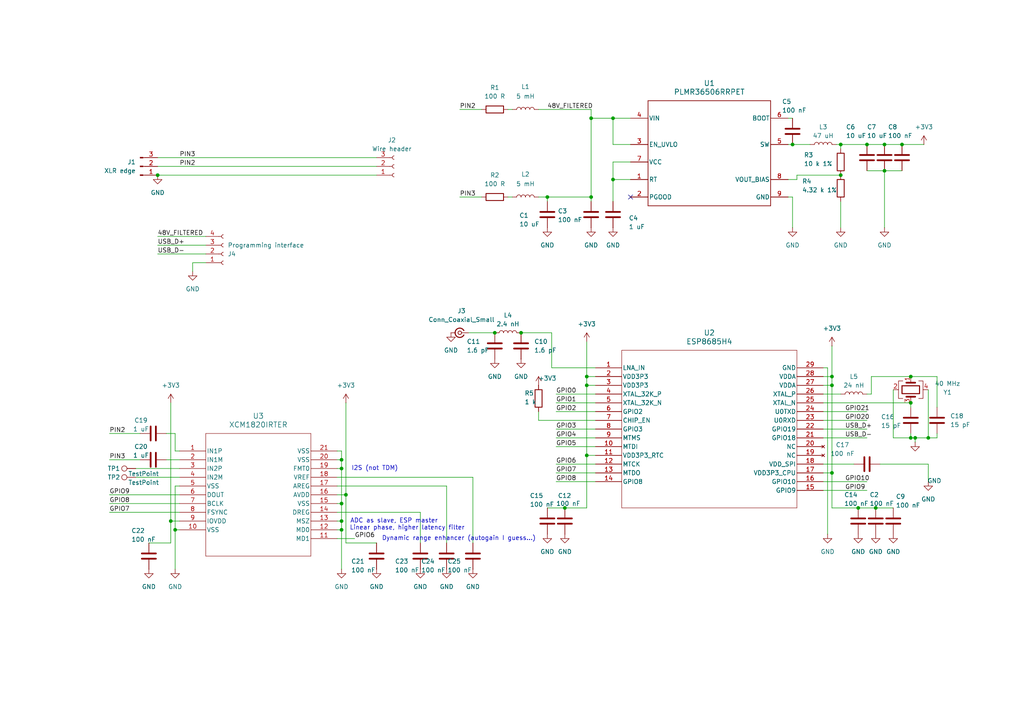
<source format=kicad_sch>
(kicad_sch (version 20250114) (generator "eeschema") (generator_version "9.0")
  (paper "A4")
  (lib_symbols
    (symbol "Connector:Conn_01x03_Pin" (pin_names (offset 1.016) (hide yes))
      (property "Reference" "J" (at 0 5.08 0))
      (property "Value" "Conn_01x03_Pin" (at 0 -5.08 0))
      (symbol "Conn_01x03_Pin_1_1"
        (rectangle (start 0.8636 2.667) (end 0 2.413) (stroke (width 0.1524)) (fill (type outline)))
        (rectangle (start 0.8636 0.127) (end 0 -0.127) (stroke (width 0.1524)) (fill (type outline)))
        (rectangle (start 0.8636 -2.413) (end 0 -2.667) (stroke (width 0.1524)) (fill (type outline)))
        (polyline (pts (xy 1.27 2.54) (xy 0.8636 2.54)) (stroke (width 0.1524)))
        (polyline (pts (xy 1.27 0) (xy 0.8636 0)) (stroke (width 0.1524)))
        (polyline (pts (xy 1.27 -2.54) (xy 0.8636 -2.54)) (stroke (width 0.1524)))
        (pin passive line (at 5.08 2.54 180) (length 3.81) (name "Pin_1") (number "1"))
        (pin passive line (at 5.08 0 180) (length 3.81) (name "Pin_2") (number "2"))
        (pin passive line (at 5.08 -2.54 180) (length 3.81) (name "Pin_3") (number "3"))
      )
    )
    (symbol "Connector:Conn_01x03_Socket" (pin_names (offset 1.016) (hide yes))
      (property "Reference" "J" (at 0 5.08 0))
      (property "Value" "Conn_01x03_Socket" (at 0 -5.08 0))
      (symbol "Conn_01x03_Socket_1_1"
        (polyline (pts (xy -1.27 2.54) (xy -0.508 2.54)) (stroke (width 0.1524)))
        (polyline (pts (xy -1.27 0) (xy -0.508 0)) (stroke (width 0.1524)))
        (polyline (pts (xy -1.27 -2.54) (xy -0.508 -2.54)) (stroke (width 0.1524)))
        (arc (start 0 2.032) (mid -0.5058 2.54) (end 0 3.048) (stroke (width 0.1524)))
        (arc (start 0 -0.508) (mid -0.5058 0) (end 0 0.508) (stroke (width 0.1524)))
        (arc (start 0 -3.048) (mid -0.5058 -2.54) (end 0 -2.032) (stroke (width 0.1524)))
        (pin passive line (at -5.08 2.54 0) (length 3.81) (name "Pin_1") (number "1"))
        (pin passive line (at -5.08 0 0) (length 3.81) (name "Pin_2") (number "2"))
        (pin passive line (at -5.08 -2.54 0) (length 3.81) (name "Pin_3") (number "3"))
      )
    )
    (symbol "Connector:Conn_01x04_Socket" (pin_names (offset 1.016) (hide yes))
      (property "Reference" "J" (at 0 5.08 0))
      (property "Value" "Conn_01x04_Socket" (at 0 -7.62 0))
      (symbol "Conn_01x04_Socket_1_1"
        (polyline (pts (xy -1.27 2.54) (xy -0.508 2.54)) (stroke (width 0.1524)))
        (polyline (pts (xy -1.27 0) (xy -0.508 0)) (stroke (width 0.1524)))
        (polyline (pts (xy -1.27 -2.54) (xy -0.508 -2.54)) (stroke (width 0.1524)))
        (polyline (pts (xy -1.27 -5.08) (xy -0.508 -5.08)) (stroke (width 0.1524)))
        (arc (start 0 2.032) (mid -0.5058 2.54) (end 0 3.048) (stroke (width 0.1524)))
        (arc (start 0 -0.508) (mid -0.5058 0) (end 0 0.508) (stroke (width 0.1524)))
        (arc (start 0 -3.048) (mid -0.5058 -2.54) (end 0 -2.032) (stroke (width 0.1524)))
        (arc (start 0 -5.588) (mid -0.5058 -5.08) (end 0 -4.572) (stroke (width 0.1524)))
        (pin passive line (at -5.08 2.54 0) (length 3.81) (name "Pin_1") (number "1"))
        (pin passive line (at -5.08 0 0) (length 3.81) (name "Pin_2") (number "2"))
        (pin passive line (at -5.08 -2.54 0) (length 3.81) (name "Pin_3") (number "3"))
        (pin passive line (at -5.08 -5.08 0) (length 3.81) (name "Pin_4") (number "4"))
      )
    )
    (symbol "Connector:Conn_Coaxial_Small" (pin_numbers (hide yes)) (pin_names (offset 1.016) (hide yes))
      (property "Reference" "J" (at 0.254 3.048 0))
      (property "Value" "Conn_Coaxial_Small" (at 0 -3.81 0))
      (symbol "Conn_Coaxial_Small_0_1"
        (polyline (pts (xy -2.54 0) (xy -0.508 0)))
        (circle (center 0 0) (radius 0.508) (stroke (width 0.2032)))
      )
      (symbol "Conn_Coaxial_Small_1_1"
        (arc (start 1.3484 0.0039) (mid 0.327 -1.308) (end -1.1916 -0.6311) (stroke (width 0.3048)))
        (arc (start -1.1916 0.6311) (mid 0.327 1.3081) (end 1.3484 -0.0039) (stroke (width 0.3048)))
        (pin passive line (at -2.54 0 0) (length 1.27) (name "In") (number "1"))
        (pin passive line (at 2.54 0 180) (length 1.27) (name "Ext") (number "2"))
      )
    )
    (symbol "Connector:TestPoint" (pin_numbers (hide yes)) (pin_names (offset 0.762) (hide yes))
      (property "Reference" "TP" (at 0 6.858 0))
      (property "Value" "TestPoint" (at 0 5.08 0))
      (symbol "TestPoint_0_1"
        (circle (center 0 3.302) (radius 0.762))
      )
      (symbol "TestPoint_1_1"
        (pin passive line (at 0 0 90) (length 2.54) (name "1") (number "1"))
      )
    )
    (symbol "Device:C" (pin_numbers (hide yes)) (pin_names (offset 0.254))
      (property "Reference" "C" (at 0.635 2.54 0))
      (property "Value" "C" (at 0.635 -2.54 0))
      (symbol "C_0_1"
        (polyline (pts (xy -2.032 0.762) (xy 2.032 0.762)) (stroke (width 0.508)))
        (polyline (pts (xy -2.032 -0.762) (xy 2.032 -0.762)) (stroke (width 0.508)))
      )
      (symbol "C_1_1"
        (pin passive line (at 0 3.81 270) (length 2.794) (name "~") (number "1"))
        (pin passive line (at 0 -3.81 90) (length 2.794) (name "~") (number "2"))
      )
    )
    (symbol "Device:Crystal_GND24" (pin_names (offset 1.016) (hide yes))
      (property "Reference" "Y" (at 3.175 5.08 0))
      (property "Value" "Crystal_GND24" (at 3.175 3.175 0))
      (symbol "Crystal_GND24_0_1"
        (polyline (pts (xy -2.54 2.286) (xy -2.54 3.556) (xy 2.54 3.556) (xy 2.54 2.286)))
        (polyline (pts (xy -2.54 0) (xy -2.032 0)))
        (polyline (pts (xy -2.54 -2.286) (xy -2.54 -3.556) (xy 2.54 -3.556) (xy 2.54 -2.286)))
        (polyline (pts (xy -2.032 -1.27) (xy -2.032 1.27)) (stroke (width 0.508)))
        (rectangle (start -1.143 2.54) (end 1.143 -2.54) (stroke (width 0.3048)))
        (polyline (pts (xy 0 3.556) (xy 0 3.81)))
        (polyline (pts (xy 0 -3.81) (xy 0 -3.556)))
        (polyline (pts (xy 2.032 0) (xy 2.54 0)))
        (polyline (pts (xy 2.032 -1.27) (xy 2.032 1.27)) (stroke (width 0.508)))
      )
      (symbol "Crystal_GND24_1_1"
        (pin passive line (at -3.81 0 0) (length 1.27) (name "1") (number "1"))
        (pin passive line (at 0 5.08 270) (length 1.27) (name "2") (number "2"))
        (pin passive line (at 0 -5.08 90) (length 1.27) (name "4") (number "4"))
        (pin passive line (at 3.81 0 180) (length 1.27) (name "3") (number "3"))
      )
    )
    (symbol "Device:L" (pin_numbers (hide yes)) (pin_names (offset 1.016) (hide yes))
      (property "Reference" "L" (at -1.27 0 90))
      (property "Value" "L" (at 1.905 0 90))
      (symbol "L_0_1"
        (arc (start 0 2.54) (mid 0.6323 1.905) (end 0 1.27))
        (arc (start 0 1.27) (mid 0.6323 0.635) (end 0 0))
        (arc (start 0 0) (mid 0.6323 -0.635) (end 0 -1.27))
        (arc (start 0 -1.27) (mid 0.6323 -1.905) (end 0 -2.54))
      )
      (symbol "L_1_1"
        (pin passive line (at 0 3.81 270) (length 1.27) (name "1") (number "1"))
        (pin passive line (at 0 -3.81 90) (length 1.27) (name "2") (number "2"))
      )
    )
    (symbol "Device:R" (pin_numbers (hide yes)) (pin_names (offset 0))
      (property "Reference" "R" (at 2.032 0 90))
      (property "Value" "R" (at 0 0 90))
      (symbol "R_0_1"
        (rectangle (start -1.016 -2.54) (end 1.016 2.54) (stroke (width 0.254)))
      )
      (symbol "R_1_1"
        (pin passive line (at 0 3.81 270) (length 1.27) (name "~") (number "1"))
        (pin passive line (at 0 -3.81 90) (length 1.27) (name "~") (number "2"))
      )
    )
    (symbol "ESP8685H4:ESP8685H4" (pin_names (offset 0.254))
      (property "Reference" "U" (at 33.02 10.16 0))
      (property "Value" "ESP8685H4" (at 33.02 7.62 0))
      (symbol "ESP8685H4_0_1"
        (polyline (pts (xy 7.62 5.08) (xy 7.62 -40.64)) (stroke (width 0.127)))
        (polyline (pts (xy 7.62 -40.64) (xy 58.42 -40.64)) (stroke (width 0.127)))
        (polyline (pts (xy 58.42 5.08) (xy 7.62 5.08)) (stroke (width 0.127)))
        (polyline (pts (xy 58.42 -40.64) (xy 58.42 5.08)) (stroke (width 0.127)))
        (pin bidirectional line (at 0 0 0) (length 7.62) (name "LNA_IN") (number "1"))
        (pin power_in line (at 0 -2.54 0) (length 7.62) (name "VDD3P3") (number "2"))
        (pin power_in line (at 0 -5.08 0) (length 7.62) (name "VDD3P3") (number "3"))
        (pin bidirectional line (at 0 -7.62 0) (length 7.62) (name "XTAL_32K_P") (number "4"))
        (pin bidirectional line (at 0 -10.16 0) (length 7.62) (name "XTAL_32K_N") (number "5"))
        (pin bidirectional line (at 0 -12.7 0) (length 7.62) (name "GPIO2") (number "6"))
        (pin input line (at 0 -15.24 0) (length 7.62) (name "CHIP_EN") (number "7"))
        (pin bidirectional line (at 0 -17.78 0) (length 7.62) (name "GPIO3") (number "8"))
        (pin bidirectional line (at 0 -20.32 0) (length 7.62) (name "MTMS") (number "9"))
        (pin bidirectional line (at 0 -22.86 0) (length 7.62) (name "MTDI") (number "10"))
        (pin power_in line (at 0 -25.4 0) (length 7.62) (name "VDD3P3_RTC") (number "11"))
        (pin bidirectional line (at 0 -27.94 0) (length 7.62) (name "MTCK") (number "12"))
        (pin bidirectional line (at 0 -30.48 0) (length 7.62) (name "MTDO") (number "13"))
        (pin bidirectional line (at 0 -33.02 0) (length 7.62) (name "GPIO8") (number "14"))
        (pin power_out line (at 66.04 0 180) (length 7.62) (name "GND") (number "29"))
        (pin power_in line (at 66.04 -2.54 180) (length 7.62) (name "VDDA") (number "28"))
        (pin power_in line (at 66.04 -5.08 180) (length 7.62) (name "VDDA") (number "27"))
        (pin unspecified line (at 66.04 -7.62 180) (length 7.62) (name "XTAL_P") (number "26"))
        (pin unspecified line (at 66.04 -10.16 180) (length 7.62) (name "XTAL_N") (number "25"))
        (pin bidirectional line (at 66.04 -12.7 180) (length 7.62) (name "U0TXD") (number "24"))
        (pin bidirectional line (at 66.04 -15.24 180) (length 7.62) (name "U0RXD") (number "23"))
        (pin bidirectional line (at 66.04 -17.78 180) (length 7.62) (name "GPIO19") (number "22"))
        (pin bidirectional line (at 66.04 -20.32 180) (length 7.62) (name "GPIO18") (number "21"))
        (pin no_connect line (at 66.04 -22.86 180) (length 7.62) (name "NC") (number "20"))
        (pin no_connect line (at 66.04 -25.4 180) (length 7.62) (name "NC") (number "19"))
        (pin power_in line (at 66.04 -27.94 180) (length 7.62) (name "VDD_SPI") (number "18"))
        (pin power_in line (at 66.04 -30.48 180) (length 7.62) (name "VDD3P3_CPU") (number "17"))
        (pin bidirectional line (at 66.04 -33.02 180) (length 7.62) (name "GPIO10") (number "16"))
        (pin bidirectional line (at 66.04 -35.56 180) (length 7.62) (name "GPIO9") (number "15"))
      )
    )
    (symbol "LMR36506:PLMR36506RRPET" (pin_names (offset 0.254))
      (property "Reference" "U" (at 0 2.54 0))
      (property "Value" "PLMR36506RRPET" (at 0 0 0))
      (symbol "PLMR36506RRPET_0_1"
        (polyline (pts (xy 5.08 5.08) (xy 5.08 -25.4)) (stroke (width 0.2032)))
        (polyline (pts (xy 5.08 -25.4) (xy 40.64 -25.4)) (stroke (width 0.2032)))
        (polyline (pts (xy 40.64 5.08) (xy 5.08 5.08)) (stroke (width 0.2032)))
        (polyline (pts (xy 40.64 -25.4) (xy 40.64 5.08)) (stroke (width 0.2032)))
        (pin power_in line (at 0 0 0) (length 5.08) (name "VIN") (number "4"))
        (pin unspecified line (at 0 -7.62 0) (length 5.08) (name "EN_UVLO") (number "3"))
        (pin power_in line (at 0 -12.7 0) (length 5.08) (name "VCC") (number "7"))
        (pin unspecified line (at 0 -17.78 0) (length 5.08) (name "RT") (number "1"))
        (pin open_collector line (at 0 -22.86 0) (length 5.08) (name "PGOOD") (number "2"))
        (pin unspecified line (at 45.72 0 180) (length 5.08) (name "BOOT") (number "6"))
        (pin unspecified line (at 45.72 -7.62 180) (length 5.08) (name "SW") (number "5"))
        (pin unspecified line (at 45.72 -17.78 180) (length 5.08) (name "VOUT_BIAS") (number "8"))
        (pin power_in line (at 45.72 -22.86 180) (length 5.08) (name "GND") (number "9"))
      )
    )
    (symbol "PCM1820:XCM1820IRTER" (pin_names (offset 0.254))
      (property "Reference" "U3" (at 22.86 10.16 0))
      (property "Value" "XCM1820IRTER" (at 22.86 7.62 0))
      (symbol "XCM1820IRTER_0_1"
        (polyline (pts (xy 7.62 5.08) (xy 7.62 -30.48)) (stroke (width 0.127)))
        (polyline (pts (xy 7.62 -30.48) (xy 38.1 -30.48)) (stroke (width 0.127)))
        (polyline (pts (xy 38.1 5.08) (xy 7.62 5.08)) (stroke (width 0.127)))
        (polyline (pts (xy 38.1 -30.48) (xy 38.1 5.08)) (stroke (width 0.127)))
        (pin input line (at 0 0 0) (length 7.62) (name "IN1P") (number "1"))
        (pin input line (at 0 -2.54 0) (length 7.62) (name "IN1M") (number "2"))
        (pin input line (at 0 -5.08 0) (length 7.62) (name "IN2P") (number "3"))
        (pin power_out line (at 0 -10.16 0) (length 7.62) (name "VSS") (number "5"))
        (pin unspecified line (at 0 -15.24 0) (length 7.62) (name "BCLK") (number "7"))
        (pin unspecified line (at 0 -17.78 0) (length 7.62) (name "FSYNC") (number "8"))
        (pin power_in line (at 0 -20.32 0) (length 7.62) (name "IOVDD") (number "9"))
        (pin power_out line (at 0 -22.86 0) (length 7.62) (name "VSS") (number "10"))
        (pin power_out line (at 45.72 0 180) (length 7.62) (name "VSS") (number "21"))
        (pin power_out line (at 45.72 -2.54 180) (length 7.62) (name "VSS") (number "20"))
        (pin unspecified line (at 45.72 -5.08 180) (length 7.62) (name "FMT0") (number "19"))
        (pin power_in line (at 45.72 -7.62 180) (length 7.62) (name "VREF") (number "18"))
        (pin unspecified line (at 45.72 -10.16 180) (length 7.62) (name "AREG") (number "17"))
        (pin power_in line (at 45.72 -12.7 180) (length 7.62) (name "AVDD") (number "16"))
        (pin power_out line (at 45.72 -15.24 180) (length 7.62) (name "VSS") (number "15"))
        (pin unspecified line (at 45.72 -17.78 180) (length 7.62) (name "DREG") (number "14"))
        (pin unspecified line (at 45.72 -20.32 180) (length 7.62) (name "MSZ") (number "13"))
        (pin bidirectional line (at 45.72 -22.86 180) (length 7.62) (name "MD0") (number "12"))
        (pin bidirectional line (at 45.72 -25.4 180) (length 7.62) (name "MD1") (number "11"))
      )
      (symbol "XCM1820IRTER_1_1"
        (pin input line (at 0 -7.62 0) (length 7.62) (name "IN2M") (number "4"))
        (pin unspecified line (at 0 -12.7 0) (length 7.62) (name "DOUT") (number "6"))
      )
    )
    (symbol "power:+3V3" (power) (pin_numbers (hide yes)) (pin_names (offset 0) (hide yes))
      (property "Value" "+3V3" (at 0 3.556 0))
      (symbol "+3V3_0_1"
        (polyline (pts (xy -0.762 1.27) (xy 0 2.54)))
        (polyline (pts (xy 0 2.54) (xy 0.762 1.27)))
        (polyline (pts (xy 0 0) (xy 0 2.54)))
      )
      (symbol "+3V3_1_1"
        (pin power_in line (at 0 0 90) (length 0) (name "~") (number "1"))
      )
    )
    (symbol "power:GND" (power) (pin_numbers (hide yes)) (pin_names (offset 0) (hide yes))
      (property "Value" "GND" (at 0 -3.81 0))
      (symbol "GND_0_1"
        (polyline (pts (xy 0 0) (xy 0 -1.27) (xy 1.27 -1.27) (xy 0 -2.54) (xy -1.27 -1.27) (xy 0 -1.27)))
      )
      (symbol "GND_1_1"
        (pin power_in line (at 0 0 270) (length 0) (name "~") (number "1"))
      )
    )
  )
  (text "I2S (not TDM)" (at 108.712 135.89 0) (effects (font (size 1.27 1.27))))
  (text "ADC as slave, ESP master" (at 114.3 151.13 0) (effects (font (size 1.27 1.27))))
  (text "Dynamic range enhancer (autogain I guess...)" (at 133.096 156.21 0) (effects (font (size 1.27 1.27))))
  (text "Linear phase, higher latency filter" (at 118.11 153.162 0) (effects (font (size 1.27 1.27))))
  (junction (at 177.8 52.07))
  (junction (at 229.87 41.91))
  (junction (at 99.06 133.35))
  (junction (at 163.83 147.32))
  (junction (at 261.62 41.91))
  (junction (at 170.18 132.08))
  (junction (at 264.16 109.22))
  (junction (at 256.54 41.91))
  (junction (at 99.06 153.67))
  (junction (at 170.18 111.76))
  (junction (at 243.84 50.8))
  (junction (at 177.8 34.29))
  (junction (at 248.92 147.32))
  (junction (at 171.45 34.29))
  (junction (at 265.43 127))
  (junction (at 264.16 127))
  (junction (at 269.24 127))
  (junction (at 49.53 151.13))
  (junction (at 241.3 111.76))
  (junction (at 254 147.32))
  (junction (at 100.33 143.51))
  (junction (at 241.3 109.22))
  (junction (at 170.18 109.22))
  (junction (at 99.06 146.05))
  (junction (at 241.3 137.16))
  (junction (at 143.51 96.52))
  (junction (at 158.75 57.15))
  (junction (at 256.54 49.53))
  (junction (at 251.46 41.91))
  (junction (at 243.84 41.91))
  (junction (at 264.16 116.84))
  (junction (at 99.06 135.89))
  (junction (at 50.8 153.67))
  (junction (at 171.45 57.15))
  (junction (at 151.13 96.52))
  (junction (at 99.06 151.13))
  (junction (at 45.72 50.8))
  (no_connect (at 182.88 57.15))
  (wire (pts (xy 240.03 106.68) (xy 238.76 106.68)))
  (wire (pts (xy 100.33 116.84) (xy 100.33 143.51)))
  (wire (pts (xy 158.75 57.15) (xy 158.75 58.42)))
  (wire (pts (xy 31.75 148.59) (xy 52.07 148.59)))
  (wire (pts (xy 161.29 124.46) (xy 172.72 124.46)))
  (wire (pts (xy 97.79 135.89) (xy 99.06 135.89)))
  (wire (pts (xy 59.69 76.2) (xy 55.88 76.2)))
  (wire (pts (xy 238.76 111.76) (xy 241.3 111.76)))
  (wire (pts (xy 31.75 143.51) (xy 52.07 143.51)))
  (wire (pts (xy 147.32 57.15) (xy 148.59 57.15)))
  (wire (pts (xy 161.29 139.7) (xy 172.72 139.7)))
  (wire (pts (xy 161.29 114.3) (xy 172.72 114.3)))
  (wire (pts (xy 156.21 31.75) (xy 171.45 31.75)))
  (wire (pts (xy 50.8 130.81) (xy 52.07 130.81)))
  (wire (pts (xy 156.21 57.15) (xy 158.75 57.15)))
  (wire (pts (xy 265.43 127) (xy 264.16 127)))
  (wire (pts (xy 243.84 41.91) (xy 242.57 41.91)))
  (wire (pts (xy 147.32 31.75) (xy 148.59 31.75)))
  (wire (pts (xy 161.29 127) (xy 172.72 127)))
  (wire (pts (xy 238.76 109.22) (xy 241.3 109.22)))
  (wire (pts (xy 177.8 34.29) (xy 177.8 41.91)))
  (wire (pts (xy 170.18 132.08) (xy 172.72 132.08)))
  (wire (pts (xy 97.79 143.51) (xy 100.33 143.51)))
  (wire (pts (xy 228.6 34.29) (xy 229.87 34.29)))
  (wire (pts (xy 229.87 66.04) (xy 229.87 57.15)))
  (wire (pts (xy 158.75 57.15) (xy 171.45 57.15)))
  (wire (pts (xy 259.08 113.03) (xy 259.08 127)))
  (wire (pts (xy 45.72 68.58) (xy 59.69 68.58)))
  (wire (pts (xy 45.72 48.26) (xy 109.22 48.26)))
  (wire (pts (xy 252.73 109.22) (xy 252.73 114.3)))
  (wire (pts (xy 238.76 114.3) (xy 243.84 114.3)))
  (wire (pts (xy 99.06 146.05) (xy 99.06 135.89)))
  (wire (pts (xy 177.8 41.91) (xy 182.88 41.91)))
  (wire (pts (xy 228.6 41.91) (xy 229.87 41.91)))
  (wire (pts (xy 269.24 127) (xy 265.43 127)))
  (wire (pts (xy 269.24 113.03) (xy 269.24 127)))
  (wire (pts (xy 170.18 99.06) (xy 170.18 109.22)))
  (wire (pts (xy 99.06 130.81) (xy 99.06 133.35)))
  (wire (pts (xy 99.06 146.05) (xy 99.06 151.13)))
  (wire (pts (xy 264.16 109.22) (xy 252.73 109.22)))
  (wire (pts (xy 160.02 96.52) (xy 151.13 96.52)))
  (wire (pts (xy 177.8 46.99) (xy 177.8 52.07)))
  (wire (pts (xy 264.16 125.73) (xy 264.16 127)))
  (wire (pts (xy 133.35 31.75) (xy 139.7 31.75)))
  (wire (pts (xy 251.46 49.53) (xy 256.54 49.53)))
  (wire (pts (xy 133.35 57.15) (xy 139.7 57.15)))
  (wire (pts (xy 251.46 114.3) (xy 252.73 114.3)))
  (wire (pts (xy 271.78 109.22) (xy 264.16 109.22)))
  (wire (pts (xy 99.06 133.35) (xy 97.79 133.35)))
  (wire (pts (xy 271.78 118.11) (xy 271.78 109.22)))
  (wire (pts (xy 238.76 121.92) (xy 251.46 121.92)))
  (wire (pts (xy 241.3 111.76) (xy 241.3 137.16)))
  (wire (pts (xy 45.72 73.66) (xy 59.69 73.66)))
  (wire (pts (xy 97.79 151.13) (xy 99.06 151.13)))
  (wire (pts (xy 261.62 41.91) (xy 267.97 41.91)))
  (wire (pts (xy 161.29 119.38) (xy 172.72 119.38)))
  (wire (pts (xy 97.79 138.43) (xy 137.16 138.43)))
  (wire (pts (xy 238.76 142.24) (xy 251.46 142.24)))
  (wire (pts (xy 264.16 127) (xy 259.08 127)))
  (wire (pts (xy 45.72 71.12) (xy 59.69 71.12)))
  (wire (pts (xy 31.75 133.35) (xy 40.64 133.35)))
  (wire (pts (xy 97.79 140.97) (xy 129.54 140.97)))
  (wire (pts (xy 52.07 151.13) (xy 49.53 151.13)))
  (wire (pts (xy 171.45 34.29) (xy 171.45 57.15)))
  (wire (pts (xy 177.8 34.29) (xy 182.88 34.29)))
  (wire (pts (xy 240.03 154.94) (xy 240.03 106.68)))
  (wire (pts (xy 238.76 139.7) (xy 251.46 139.7)))
  (wire (pts (xy 264.16 116.84) (xy 264.16 118.11)))
  (wire (pts (xy 55.88 76.2) (xy 55.88 78.74)))
  (wire (pts (xy 269.24 134.62) (xy 269.24 139.7)))
  (wire (pts (xy 182.88 46.99) (xy 177.8 46.99)))
  (wire (pts (xy 135.89 96.52) (xy 143.51 96.52)))
  (wire (pts (xy 248.92 147.32) (xy 254 147.32)))
  (wire (pts (xy 160.02 96.52) (xy 160.02 106.68)))
  (wire (pts (xy 45.72 50.8) (xy 109.22 50.8)))
  (wire (pts (xy 238.76 137.16) (xy 241.3 137.16)))
  (wire (pts (xy 171.45 31.75) (xy 171.45 34.29)))
  (wire (pts (xy 238.76 116.84) (xy 264.16 116.84)))
  (wire (pts (xy 271.78 127) (xy 271.78 125.73)))
  (wire (pts (xy 50.8 165.1) (xy 50.8 153.67)))
  (wire (pts (xy 156.21 121.92) (xy 156.21 119.38)))
  (wire (pts (xy 256.54 49.53) (xy 256.54 66.04)))
  (wire (pts (xy 255.27 134.62) (xy 269.24 134.62)))
  (wire (pts (xy 48.26 133.35) (xy 52.07 133.35)))
  (wire (pts (xy 49.53 151.13) (xy 49.53 157.48)))
  (wire (pts (xy 31.75 146.05) (xy 52.07 146.05)))
  (wire (pts (xy 45.72 45.72) (xy 109.22 45.72)))
  (wire (pts (xy 254 147.32) (xy 259.08 147.32)))
  (wire (pts (xy 48.26 125.73) (xy 50.8 125.73)))
  (wire (pts (xy 163.83 147.32) (xy 170.18 147.32)))
  (wire (pts (xy 170.18 132.08) (xy 170.18 147.32)))
  (wire (pts (xy 50.8 140.97) (xy 52.07 140.97)))
  (wire (pts (xy 137.16 138.43) (xy 137.16 157.48)))
  (wire (pts (xy 163.83 147.32) (xy 158.75 147.32)))
  (wire (pts (xy 121.92 148.59) (xy 121.92 157.48)))
  (wire (pts (xy 100.33 157.48) (xy 109.22 157.48)))
  (wire (pts (xy 172.72 106.68) (xy 160.02 106.68)))
  (wire (pts (xy 243.84 43.18) (xy 243.84 41.91)))
  (wire (pts (xy 231.14 50.8) (xy 231.14 52.07)))
  (wire (pts (xy 170.18 109.22) (xy 172.72 109.22)))
  (wire (pts (xy 172.72 121.92) (xy 156.21 121.92)))
  (wire (pts (xy 256.54 49.53) (xy 261.62 49.53)))
  (wire (pts (xy 97.79 156.21) (xy 102.87 156.21)))
  (wire (pts (xy 39.37 135.89) (xy 52.07 135.89)))
  (wire (pts (xy 251.46 41.91) (xy 256.54 41.91)))
  (wire (pts (xy 97.79 148.59) (xy 121.92 148.59)))
  (wire (pts (xy 161.29 129.54) (xy 172.72 129.54)))
  (wire (pts (xy 229.87 41.91) (xy 234.95 41.91)))
  (wire (pts (xy 170.18 111.76) (xy 170.18 132.08)))
  (wire (pts (xy 161.29 134.62) (xy 172.72 134.62)))
  (wire (pts (xy 238.76 119.38) (xy 251.46 119.38)))
  (wire (pts (xy 243.84 41.91) (xy 251.46 41.91)))
  (wire (pts (xy 238.76 124.46) (xy 251.46 124.46)))
  (wire (pts (xy 243.84 50.8) (xy 231.14 50.8)))
  (wire (pts (xy 171.45 34.29) (xy 177.8 34.29)))
  (wire (pts (xy 49.53 157.48) (xy 43.18 157.48)))
  (wire (pts (xy 99.06 153.67) (xy 99.06 165.1)))
  (wire (pts (xy 170.18 111.76) (xy 172.72 111.76)))
  (wire (pts (xy 129.54 140.97) (xy 129.54 157.48)))
  (wire (pts (xy 269.24 127) (xy 271.78 127)))
  (wire (pts (xy 31.75 125.73) (xy 40.64 125.73)))
  (wire (pts (xy 50.8 153.67) (xy 50.8 140.97)))
  (wire (pts (xy 265.43 127) (xy 265.43 128.27)))
  (wire (pts (xy 50.8 153.67) (xy 52.07 153.67)))
  (wire (pts (xy 170.18 109.22) (xy 170.18 111.76)))
  (wire (pts (xy 97.79 153.67) (xy 99.06 153.67)))
  (wire (pts (xy 238.76 134.62) (xy 247.65 134.62)))
  (wire (pts (xy 99.06 151.13) (xy 99.06 153.67)))
  (wire (pts (xy 229.87 57.15) (xy 228.6 57.15)))
  (wire (pts (xy 241.3 100.33) (xy 241.3 109.22)))
  (wire (pts (xy 256.54 41.91) (xy 261.62 41.91)))
  (wire (pts (xy 241.3 137.16) (xy 241.3 147.32)))
  (wire (pts (xy 241.3 147.32) (xy 248.92 147.32)))
  (wire (pts (xy 97.79 146.05) (xy 99.06 146.05)))
  (wire (pts (xy 161.29 137.16) (xy 172.72 137.16)))
  (wire (pts (xy 99.06 135.89) (xy 99.06 133.35)))
  (wire (pts (xy 161.29 116.84) (xy 172.72 116.84)))
  (wire (pts (xy 241.3 109.22) (xy 241.3 111.76)))
  (wire (pts (xy 177.8 52.07) (xy 177.8 58.42)))
  (wire (pts (xy 49.53 116.84) (xy 49.53 151.13)))
  (wire (pts (xy 39.37 138.43) (xy 52.07 138.43)))
  (wire (pts (xy 100.33 143.51) (xy 100.33 157.48)))
  (wire (pts (xy 97.79 130.81) (xy 99.06 130.81)))
  (wire (pts (xy 238.76 127) (xy 251.46 127)))
  (wire (pts (xy 50.8 125.73) (xy 50.8 130.81)))
  (wire (pts (xy 177.8 52.07) (xy 182.88 52.07)))
  (wire (pts (xy 228.6 52.07) (xy 231.14 52.07)))
  (wire (pts (xy 171.45 57.15) (xy 171.45 58.42)))
  (wire (pts (xy 243.84 58.42) (xy 243.84 66.04)))
  (label "GPIO6" (at 161.29 134.62 0))
  (label "GPIO20" (at 245.11 121.92 0))
  (label "GPIO6" (at 102.87 156.21 0))
  (label "USB_D+" (at 245.11 124.46 0))
  (label "USB_D-" (at 245.11 127 0))
  (label "GPIO4" (at 161.29 127 0))
  (label "GPIO1" (at 161.29 116.84 0))
  (label "USB_D+" (at 45.72 71.12 0))
  (label "GPIO9" (at 245.11 142.24 0))
  (label "USB_D-" (at 45.72 73.66 0))
  (label "GPIO7" (at 31.75 148.59 0))
  (label "GPIO21" (at 245.11 119.38 0))
  (label "GPIO3" (at 161.29 124.46 0))
  (label "GPIO2" (at 161.29 119.38 0))
  (label "GPIO7" (at 161.29 137.16 0))
  (label "PIN3" (at 31.75 133.35 0))
  (label "PIN2" (at 52.07 48.26 0))
  (label "48V_FILTERED" (at 158.75 31.75 0))
  (label "GPIO8" (at 31.75 146.05 0))
  (label "GPIO0" (at 161.29 114.3 0))
  (label "PIN3" (at 52.07 45.72 0))
  (label "PIN3" (at 133.35 57.15 0))
  (label "PIN2" (at 31.75 125.73 0))
  (label "GPIO9" (at 31.75 143.51 0))
  (label "GPIO10" (at 245.11 139.7 0))
  (label "PIN2" (at 133.35 31.75 0))
  (label "GPIO5" (at 161.29 129.54 0))
  (label "48V_FILTERED" (at 45.72 68.58 0))
  (label "GPIO8" (at 161.29 139.7 0))
  (symbol (lib_id "Device:C") (at 151.13 100.33 180) (unit 1)
    (property "Reference" "C10" (at 154.94 99.0599 0) (effects (justify right)))
    (property "Value" "1.6 pF" (at 154.94 101.5999 0) (effects (justify right)))
    (property "Footprint" "Capacitor_SMD:C_0201_0603Metric" (effects (hide yes)))
    (property "Description" "Unpolarized capacitor" (effects (hide yes)))
  )
  (symbol (lib_id "Device:R") (at 143.51 57.15 90) (unit 1)
    (property "Reference" "R2" (at 143.51 50.8 90))
    (property "Value" "100 R" (at 143.51 53.34 90))
    (property "Footprint" "Resistor_SMD:R_0603_1608Metric" (effects (hide yes)))
    (property "Description" "Resistor" (effects (hide yes)))
  )
  (symbol (lib_id "power:GND") (at 265.43 128.27 0) (unit 1)
    (property "Reference" "#PWR03" (effects (hide yes)))
    (property "Value" "GND" (at 271.018 139.446 0))
    (property "Description" "Power symbol creates a global label with name \"GND\" , ground" (effects (hide yes)))
  )
  (symbol (lib_id "Device:C") (at 229.87 38.1 0) (unit 1)
    (property "Reference" "C5" (at 226.822 29.464 0) (effects (justify left)))
    (property "Value" "100 nF" (at 226.822 32.004 0) (effects (justify left)))
    (property "Footprint" "Capacitor_SMD:C_0402_1005Metric" (effects (hide yes)))
    (property "Description" "Unpolarized capacitor" (effects (hide yes)))
  )
  (symbol (lib_id "power:GND") (at 171.45 66.04 0) (unit 1)
    (property "Reference" "#PWR04" (effects (hide yes)))
    (property "Value" "GND" (at 171.45 71.12 0))
    (property "Description" "Power symbol creates a global label with name \"GND\" , ground" (effects (hide yes)))
  )
  (symbol (lib_id "power:+3V3") (at 170.18 99.06 0) (unit 1)
    (property "Reference" "#PWR017" (effects (hide yes)))
    (property "Value" "+3V3" (at 170.18 93.98 0))
    (property "Description" "Power symbol creates a global label with name \"+3V3\"" (effects (hide yes)))
  )
  (symbol (lib_id "Device:C") (at 264.16 121.92 0) (unit 1)
    (property "Reference" "C16" (at 255.524 120.904 0) (effects (justify left)))
    (property "Value" "15 pF" (at 255.524 123.444 0) (effects (justify left)))
    (property "Footprint" "Capacitor_SMD:C_0402_1005Metric" (effects (hide yes)))
    (property "Description" "Unpolarized capacitor" (effects (hide yes)))
  )
  (symbol (lib_id "power:GND") (at 248.92 154.94 0) (unit 1)
    (property "Reference" "#PWR020" (effects (hide yes)))
    (property "Value" "GND" (at 248.92 160.02 0))
    (property "Description" "Power symbol creates a global label with name \"GND\" , ground" (effects (hide yes)))
  )
  (symbol (lib_id "Connector:Conn_Coaxial_Small") (at 133.35 96.52 180) (unit 1)
    (property "Reference" "J3" (at 133.8695 90.17 0))
    (property "Value" "Conn_Coaxial_Small" (at 133.8695 92.71 0))
    (property "Footprint" "Connector_Coaxial:U.FL_Hirose_U.FL-R-SMT-1_Vertical" (effects (hide yes)))
    (property "Description" "small coaxial connector (BNC, SMA, SMB, SMC, Cinch/RCA, LEMO, ...)" (effects (hide yes)))
  )
  (symbol (lib_id "power:+3V3") (at 49.53 116.84 0) (unit 1)
    (property "Reference" "#PWR027" (effects (hide yes)))
    (property "Value" "+3V3" (at 49.53 111.76 0))
    (property "Description" "Power symbol creates a global label with name \"+3V3\"" (effects (hide yes)))
  )
  (symbol (lib_id "Connector:Conn_01x03_Pin") (at 40.64 48.26 0) (mirror x) (unit 1)
    (property "Reference" "J1" (at 39.37 46.9899 0) (effects (justify right)))
    (property "Value" "XLR edge" (at 39.37 49.5299 0) (effects (justify right)))
    (property "Footprint" "manifold-connectors:XLR_PCB" (effects (hide yes)))
    (property "Description" "Generic connector, single row, 01x03, script generated" (effects (hide yes)))
  )
  (symbol (lib_id "Device:C") (at 271.78 121.92 0) (unit 1)
    (property "Reference" "C18" (at 275.59 120.6499 0) (effects (justify left)))
    (property "Value" "15 pF" (at 275.59 123.1899 0) (effects (justify left)))
    (property "Footprint" "Capacitor_SMD:C_0402_1005Metric" (effects (hide yes)))
    (property "Description" "Unpolarized capacitor" (effects (hide yes)))
  )
  (symbol (lib_id "Device:C") (at 158.75 62.23 180) (unit 1)
    (property "Reference" "C1" (at 150.622 62.484 0) (effects (justify right)))
    (property "Value" "10 uF" (at 150.622 65.024 0) (effects (justify right)))
    (property "Footprint" "Capacitor_SMD:C_1206_3216Metric" (effects (hide yes)))
    (property "Description" "Unpolarized capacitor" (effects (hide yes)))
  )
  (symbol (lib_id "power:GND") (at 158.75 154.94 0) (unit 1)
    (property "Reference" "#PWR023" (effects (hide yes)))
    (property "Value" "GND" (at 158.75 160.02 0))
    (property "Description" "Power symbol creates a global label with name \"GND\" , ground" (effects (hide yes)))
  )
  (symbol (lib_id "Device:Crystal_GND24") (at 264.16 113.03 90) (mirror x) (unit 1)
    (property "Reference" "Y1" (at 274.828 113.792 90))
    (property "Value" "40 MHz" (at 274.828 111.252 90))
    (property "Footprint" "Crystal:Crystal_SMD_2016-4Pin_2.0x1.6mm" (effects (hide yes)))
    (property "Description" "Four pin crystal, GND on pins 2 and 4" (effects (hide yes)))
  )
  (symbol (lib_id "power:GND") (at 121.92 165.1 0) (unit 1)
    (property "Reference" "#PWR031" (effects (hide yes)))
    (property "Value" "GND" (at 121.92 170.18 0))
    (property "Description" "Power symbol creates a global label with name \"GND\" , ground" (effects (hide yes)))
  )
  (symbol (lib_id "Device:L") (at 247.65 114.3 90) (unit 1)
    (property "Reference" "L5" (at 247.65 109.22 90))
    (property "Value" "24 nH" (at 247.65 111.76 90))
    (property "Footprint" "Inductor_SMD:L_0402_1005Metric" (effects (hide yes)))
    (property "Description" "Inductor" (effects (hide yes)))
  )
  (symbol (lib_id "power:+3V3") (at 156.21 111.76 0) (unit 1)
    (property "Reference" "#PWR018" (effects (hide yes)))
    (property "Value" "+3V3" (at 158.75 109.728 0))
    (property "Description" "Power symbol creates a global label with name \"+3V3\"" (effects (hide yes)))
  )
  (symbol (lib_id "ESP8685H4:ESP8685H4") (at 172.72 106.68 0) (unit 1)
    (property "Reference" "U2" (at 205.74 96.52 0) (effects (font (size 1.524 1.524))))
    (property "Value" "ESP8685H4" (at 205.74 99.06 0) (effects (font (size 1.524 1.524))))
    (property "Footprint" "footprints:QFN284X4_EXP" (effects (hide yes)))
    (property "Datasheet" "ESP8685H4" (effects (hide yes)))
  )
  (symbol (lib_id "Device:C") (at 261.62 45.72 0) (unit 1)
    (property "Reference" "C8" (at 257.556 36.83 0) (effects (justify left)))
    (property "Value" "100 nF" (at 257.556 39.37 0) (effects (justify left)))
    (property "Footprint" "Capacitor_SMD:C_0603_1608Metric" (effects (hide yes)))
    (property "Description" "Unpolarized capacitor" (effects (hide yes)))
  )
  (symbol (lib_id "Connector:Conn_01x03_Socket") (at 114.3 48.26 0) (mirror x) (unit 1)
    (property "Reference" "J2" (at 113.665 40.64 0))
    (property "Value" "Wire header" (at 113.665 43.18 0))
    (property "Footprint" "Connector_PinHeader_2.54mm:PinHeader_1x03_P2.54mm_Vertical" (effects (hide yes)))
    (property "Description" "Generic connector, single row, 01x03, script generated" (effects (hide yes)))
  )
  (symbol (lib_id "PCM1820:XCM1820IRTER") (at 52.07 130.81 0) (unit 1)
    (property "Reference" "U3" (at 74.93 120.65 0) (effects (font (size 1.524 1.524))))
    (property "Value" "XCM1820IRTER" (at 74.93 123.19 0) (effects (font (size 1.524 1.524))))
    (property "Footprint" "footprints:QFN_820IRTER_TEX" (effects (hide yes)))
    (property "Datasheet" "XCM1820IRTER" (effects (hide yes)))
  )
  (symbol (lib_id "Device:C") (at 251.46 45.72 0) (unit 1)
    (property "Reference" "C6" (at 245.364 36.83 0) (effects (justify left)))
    (property "Value" "10 uF" (at 245.364 39.37 0) (effects (justify left)))
    (property "Footprint" "Capacitor_SMD:C_0603_1608Metric" (effects (hide yes)))
    (property "Description" "Unpolarized capacitor" (effects (hide yes)))
  )
  (symbol (lib_id "Device:R") (at 243.84 46.99 0) (unit 1)
    (property "Reference" "R3" (at 233.172 44.958 0) (effects (justify left)))
    (property "Value" "10 k 1%" (at 233.172 47.498 0) (effects (justify left)))
    (property "Footprint" "Resistor_SMD:R_0402_1005Metric" (effects (hide yes)))
    (property "Description" "Resistor" (effects (hide yes)))
  )
  (symbol (lib_id "Device:C") (at 158.75 151.13 180) (unit 1)
    (property "Reference" "C15" (at 153.67 143.764 0) (effects (justify right)))
    (property "Value" "100 nF" (at 153.67 146.304 0) (effects (justify right)))
    (property "Footprint" "Capacitor_SMD:C_0402_1005Metric" (effects (hide yes)))
    (property "Description" "Unpolarized capacitor" (effects (hide yes)))
  )
  (symbol (lib_id "power:GND") (at 137.16 165.1 0) (unit 1)
    (property "Reference" "#PWR033" (effects (hide yes)))
    (property "Value" "GND" (at 137.16 170.18 0))
    (property "Description" "Power symbol creates a global label with name \"GND\" , ground" (effects (hide yes)))
  )
  (symbol (lib_id "power:GND") (at 256.54 66.04 0) (unit 1)
    (property "Reference" "#PWR08" (effects (hide yes)))
    (property "Value" "GND" (at 256.54 71.12 0))
    (property "Description" "Power symbol creates a global label with name \"GND\" , ground" (effects (hide yes)))
  )
  (symbol (lib_id "Device:L") (at 152.4 57.15 90) (unit 1)
    (property "Reference" "L2" (at 152.4 50.546 90))
    (property "Value" "5 mH" (at 152.4 53.34 90))
    (property "Footprint" "Inductor_SMD:L_Changjiang_FNR5040S" (effects (hide yes)))
    (property "Description" "Inductor" (effects (hide yes)))
  )
  (symbol (lib_id "Device:C") (at 248.92 151.13 0) (unit 1)
    (property "Reference" "C14" (at 244.856 143.51 0) (effects (justify left)))
    (property "Value" "100 nF" (at 244.856 146.05 0) (effects (justify left)))
    (property "Footprint" "Capacitor_SMD:C_0402_1005Metric" (effects (hide yes)))
    (property "Description" "Unpolarized capacitor" (effects (hide yes)))
  )
  (symbol (lib_id "power:GND") (at 50.8 165.1 0) (unit 1)
    (property "Reference" "#PWR026" (effects (hide yes)))
    (property "Value" "GND" (at 50.8 170.18 0))
    (property "Description" "Power symbol creates a global label with name \"GND\" , ground" (effects (hide yes)))
  )
  (symbol (lib_id "LMR36506:PLMR36506RRPET") (at 182.88 34.29 0) (unit 1)
    (property "Reference" "U1" (at 205.74 24.13 0) (effects (font (size 1.524 1.524))))
    (property "Value" "PLMR36506RRPET" (at 205.74 26.67 0) (effects (font (size 1.524 1.524))))
    (property "Footprint" "footprints:RPE0009A-MFG" (effects (hide yes)))
    (property "Datasheet" "PLMR36506RRPET" (effects (hide yes)))
  )
  (symbol (lib_id "power:GND") (at 151.13 104.14 0) (unit 1)
    (property "Reference" "#PWR015" (effects (hide yes)))
    (property "Value" "GND" (at 151.13 109.22 0))
    (property "Description" "Power symbol creates a global label with name \"GND\" , ground" (effects (hide yes)))
  )
  (symbol (lib_id "Device:C") (at 177.8 62.23 0) (unit 1)
    (property "Reference" "C4" (at 182.372 63.246 0) (effects (justify left)))
    (property "Value" "1 uF" (at 182.372 65.786 0) (effects (justify left)))
    (property "Footprint" "Capacitor_SMD:C_0402_1005Metric" (effects (hide yes)))
    (property "Description" "Unpolarized capacitor" (effects (hide yes)))
  )
  (symbol (lib_id "power:GND") (at 130.81 96.52 0) (unit 1)
    (property "Reference" "#PWR013" (effects (hide yes)))
    (property "Value" "GND" (at 130.81 101.6 0))
    (property "Description" "Power symbol creates a global label with name \"GND\" , ground" (effects (hide yes)))
  )
  (symbol (lib_id "Connector:TestPoint") (at 39.37 135.89 90) (unit 1)
    (property "Reference" "TP1" (at 33.02 135.89 90))
    (property "Value" "TestPoint" (at 41.656 137.414 90))
    (property "Footprint" "TestPoint:TestPoint_Pad_D1.0mm" (effects (hide yes)))
    (property "Description" "test point" (effects (hide yes)))
  )
  (symbol (lib_id "power:+3V3") (at 100.33 116.84 0) (unit 1)
    (property "Reference" "#PWR028" (effects (hide yes)))
    (property "Value" "+3V3" (at 100.33 111.76 0))
    (property "Description" "Power symbol creates a global label with name \"+3V3\"" (effects (hide yes)))
  )
  (symbol (lib_id "Device:C") (at 109.22 161.29 180) (unit 1)
    (property "Reference" "C21" (at 101.854 162.814 0) (effects (justify right)))
    (property "Value" "100 nF" (at 101.854 165.354 0) (effects (justify right)))
    (property "Footprint" "Capacitor_SMD:C_0402_1005Metric" (effects (hide yes)))
    (property "Description" "Unpolarized capacitor" (effects (hide yes)))
  )
  (symbol (lib_id "power:GND") (at 254 154.94 0) (unit 1)
    (property "Reference" "#PWR011" (effects (hide yes)))
    (property "Value" "GND" (at 254 160.02 0))
    (property "Description" "Power symbol creates a global label with name \"GND\" , ground" (effects (hide yes)))
  )
  (symbol (lib_id "Device:L") (at 152.4 31.75 90) (unit 1)
    (property "Reference" "L1" (at 152.4 25.146 90))
    (property "Value" "5 mH" (at 152.4 27.94 90))
    (property "Footprint" "Inductor_SMD:L_Changjiang_FNR5040S" (effects (hide yes)))
    (property "Description" "Inductor" (effects (hide yes)))
  )
  (symbol (lib_id "power:GND") (at 243.84 66.04 0) (unit 1)
    (property "Reference" "#PWR07" (effects (hide yes)))
    (property "Value" "GND" (at 243.84 71.12 0))
    (property "Description" "Power symbol creates a global label with name \"GND\" , ground" (effects (hide yes)))
  )
  (symbol (lib_id "Device:C") (at 143.51 100.33 0) (unit 1)
    (property "Reference" "C11" (at 135.382 99.06 0) (effects (justify left)))
    (property "Value" "1.6 pF" (at 135.382 101.6 0) (effects (justify left)))
    (property "Footprint" "Capacitor_SMD:C_0201_0603Metric" (effects (hide yes)))
    (property "Description" "Unpolarized capacitor" (effects (hide yes)))
  )
  (symbol (lib_id "power:+3V3") (at 241.3 100.33 0) (unit 1)
    (property "Reference" "#PWR019" (effects (hide yes)))
    (property "Value" "+3V3" (at 241.3 95.25 0))
    (property "Description" "Power symbol creates a global label with name \"+3V3\"" (effects (hide yes)))
  )
  (symbol (lib_id "Device:C") (at 251.46 134.62 90) (unit 1)
    (property "Reference" "C17" (at 244.348 129.032 90))
    (property "Value" "100 nF" (at 244.348 131.572 90))
    (property "Footprint" "Capacitor_SMD:C_0402_1005Metric" (effects (hide yes)))
    (property "Description" "Unpolarized capacitor" (effects (hide yes)))
  )
  (symbol (lib_id "power:GND") (at 163.83 154.94 0) (unit 1)
    (property "Reference" "#PWR021" (effects (hide yes)))
    (property "Value" "GND" (at 163.83 160.02 0))
    (property "Description" "Power symbol creates a global label with name \"GND\" , ground" (effects (hide yes)))
  )
  (symbol (lib_id "power:GND") (at 129.54 165.1 0) (unit 1)
    (property "Reference" "#PWR032" (effects (hide yes)))
    (property "Value" "GND" (at 129.54 170.18 0))
    (property "Description" "Power symbol creates a global label with name \"GND\" , ground" (effects (hide yes)))
  )
  (symbol (lib_id "Device:C") (at 254 151.13 0) (unit 1)
    (property "Reference" "C2" (at 252.222 143.51 0) (effects (justify left)))
    (property "Value" "100 nF" (at 252.222 146.05 0) (effects (justify left)))
    (property "Footprint" "Capacitor_SMD:C_0402_1005Metric" (effects (hide yes)))
    (property "Description" "Unpolarized capacitor" (effects (hide yes)))
  )
  (symbol (lib_id "Device:C") (at 44.45 133.35 90) (unit 1)
    (property "Reference" "C20" (at 40.894 129.54 90))
    (property "Value" "1 uF" (at 40.894 132.08 90))
    (property "Footprint" "Capacitor_SMD:C_0402_1005Metric" (effects (hide yes)))
    (property "Description" "Unpolarized capacitor" (effects (hide yes)))
  )
  (symbol (lib_id "power:GND") (at 177.8 66.04 0) (unit 1)
    (property "Reference" "#PWR05" (effects (hide yes)))
    (property "Value" "GND" (at 177.8 71.12 0))
    (property "Description" "Power symbol creates a global label with name \"GND\" , ground" (effects (hide yes)))
  )
  (symbol (lib_id "Device:C") (at 163.83 151.13 180) (unit 1)
    (property "Reference" "C12" (at 161.798 143.764 0) (effects (justify right)))
    (property "Value" "100 nF" (at 161.29 146.05 0) (effects (justify right)))
    (property "Footprint" "Capacitor_SMD:C_0402_1005Metric" (effects (hide yes)))
    (property "Description" "Unpolarized capacitor" (effects (hide yes)))
  )
  (symbol (lib_id "Device:L") (at 147.32 96.52 90) (unit 1)
    (property "Reference" "L4" (at 147.32 91.44 90))
    (property "Value" "2.4 nH" (at 147.32 93.98 90))
    (property "Footprint" "Inductor_SMD:L_0201_0603Metric" (effects (hide yes)))
    (property "Description" "Inductor" (effects (hide yes)))
  )
  (symbol (lib_id "power:GND") (at 99.06 165.1 0) (unit 1)
    (property "Reference" "#PWR025" (effects (hide yes)))
    (property "Value" "GND" (at 99.06 170.18 0))
    (property "Description" "Power symbol creates a global label with name \"GND\" , ground" (effects (hide yes)))
  )
  (symbol (lib_id "Device:C") (at 129.54 161.29 180) (unit 1)
    (property "Reference" "C24" (at 122.174 162.814 0) (effects (justify right)))
    (property "Value" "100 nF" (at 122.174 165.354 0) (effects (justify right)))
    (property "Footprint" "Capacitor_SMD:C_0402_1005Metric" (effects (hide yes)))
    (property "Description" "Unpolarized capacitor" (effects (hide yes)))
  )
  (symbol (lib_id "Device:C") (at 259.08 151.13 0) (unit 1)
    (property "Reference" "C9" (at 259.842 144.018 0) (effects (justify left)))
    (property "Value" "100 nF" (at 259.842 146.558 0) (effects (justify left)))
    (property "Footprint" "Capacitor_SMD:C_0402_1005Metric" (effects (hide yes)))
    (property "Description" "Unpolarized capacitor" (effects (hide yes)))
  )
  (symbol (lib_id "Connector:TestPoint") (at 39.37 138.43 90) (unit 1)
    (property "Reference" "TP2" (at 33.02 138.43 90))
    (property "Value" "TestPoint" (at 41.656 139.954 90))
    (property "Footprint" "TestPoint:TestPoint_Pad_D1.0mm" (effects (hide yes)))
    (property "Description" "test point" (effects (hide yes)))
  )
  (symbol (lib_id "power:+3V3") (at 267.97 41.91 0) (unit 1)
    (property "Reference" "#PWR09" (effects (hide yes)))
    (property "Value" "+3V3" (at 267.97 36.83 0))
    (property "Description" "Power symbol creates a global label with name \"+3V3\"" (effects (hide yes)))
  )
  (symbol (lib_id "Device:R") (at 156.21 115.57 0) (unit 1)
    (property "Reference" "R5" (at 152.146 114.046 0) (effects (justify left)))
    (property "Value" "1 k" (at 152.146 116.586 0) (effects (justify left)))
    (property "Footprint" "Resistor_SMD:R_0402_1005Metric" (effects (hide yes)))
    (property "Description" "Resistor" (effects (hide yes)))
  )
  (symbol (lib_id "power:GND") (at 109.22 165.1 0) (unit 1)
    (property "Reference" "#PWR029" (effects (hide yes)))
    (property "Value" "GND" (at 109.22 170.18 0))
    (property "Description" "Power symbol creates a global label with name \"GND\" , ground" (effects (hide yes)))
  )
  (symbol (lib_id "power:GND") (at 158.75 66.04 0) (unit 1)
    (property "Reference" "#PWR02" (effects (hide yes)))
    (property "Value" "GND" (at 158.75 71.12 0))
    (property "Description" "Power symbol creates a global label with name \"GND\" , ground" (effects (hide yes)))
  )
  (symbol (lib_id "Device:C") (at 121.92 161.29 180) (unit 1)
    (property "Reference" "C23" (at 114.554 162.814 0) (effects (justify right)))
    (property "Value" "100 nF" (at 114.554 165.354 0) (effects (justify right)))
    (property "Footprint" "Capacitor_SMD:C_0402_1005Metric" (effects (hide yes)))
    (property "Description" "Unpolarized capacitor" (effects (hide yes)))
  )
  (symbol (lib_id "Device:C") (at 171.45 62.23 0) (unit 1)
    (property "Reference" "C3" (at 161.798 61.214 0) (effects (justify left)))
    (property "Value" "100 nF" (at 161.798 63.754 0) (effects (justify left)))
    (property "Footprint" "Capacitor_SMD:C_0603_1608Metric" (effects (hide yes)))
    (property "Description" "Unpolarized capacitor" (effects (hide yes)))
  )
  (symbol (lib_id "power:GND") (at 55.88 78.74 0) (unit 1)
    (property "Reference" "#PWR016" (effects (hide yes)))
    (property "Value" "GND" (at 55.88 83.82 0))
    (property "Description" "Power symbol creates a global label with name \"GND\" , ground" (effects (hide yes)))
  )
  (symbol (lib_id "Device:C") (at 137.16 161.29 180) (unit 1)
    (property "Reference" "C25" (at 129.794 162.814 0) (effects (justify right)))
    (property "Value" "100 nF" (at 129.794 165.354 0) (effects (justify right)))
    (property "Footprint" "Capacitor_SMD:C_0402_1005Metric" (effects (hide yes)))
    (property "Description" "Unpolarized capacitor" (effects (hide yes)))
  )
  (symbol (lib_id "power:GND") (at 259.08 154.94 0) (unit 1)
    (property "Reference" "#PWR012" (effects (hide yes)))
    (property "Value" "GND" (at 259.08 160.02 0))
    (property "Description" "Power symbol creates a global label with name \"GND\" , ground" (effects (hide yes)))
  )
  (symbol (lib_id "Device:C") (at 43.18 161.29 180) (unit 1)
    (property "Reference" "C22" (at 38.1 153.924 0) (effects (justify right)))
    (property "Value" "100 nF" (at 38.1 156.464 0) (effects (justify right)))
    (property "Footprint" "Capacitor_SMD:C_0402_1005Metric" (effects (hide yes)))
    (property "Description" "Unpolarized capacitor" (effects (hide yes)))
  )
  (symbol (lib_id "Device:L") (at 238.76 41.91 90) (unit 1)
    (property "Reference" "L3" (at 238.76 36.83 90))
    (property "Value" "47 uH" (at 238.76 39.37 90))
    (property "Footprint" "Inductor_SMD:L_Changjiang_FNR4030S" (effects (hide yes)))
    (property "Description" "Inductor" (effects (hide yes)))
  )
  (symbol (lib_id "power:GND") (at 45.72 50.8 0) (unit 1)
    (property "Reference" "#PWR01" (effects (hide yes)))
    (property "Value" "GND" (at 45.72 55.88 0))
    (property "Description" "Power symbol creates a global label with name \"GND\" , ground" (effects (hide yes)))
  )
  (symbol (lib_id "Connector:Conn_01x04_Socket") (at 64.77 73.66 0) (mirror x) (unit 1)
    (property "Reference" "J4" (at 66.04 73.6601 0) (effects (justify left)))
    (property "Value" "Programming interface" (at 66.04 71.1201 0) (effects (justify left)))
    (property "Footprint" "footprints:USB pogo pads" (effects (hide yes)))
    (property "Description" "Generic connector, single row, 01x04, script generated" (effects (hide yes)))
  )
  (symbol (lib_id "Device:R") (at 243.84 54.61 0) (unit 1)
    (property "Reference" "R4" (at 232.664 52.578 0) (effects (justify left)))
    (property "Value" "4.32 k 1%" (at 232.664 55.118 0) (effects (justify left)))
    (property "Footprint" "Resistor_SMD:R_0402_1005Metric" (effects (hide yes)))
    (property "Description" "Resistor" (effects (hide yes)))
  )
  (symbol (lib_id "Device:R") (at 143.51 31.75 90) (unit 1)
    (property "Reference" "R1" (at 143.51 25.4 90))
    (property "Value" "100 R" (at 143.51 27.94 90))
    (property "Footprint" "Resistor_SMD:R_0603_1608Metric" (effects (hide yes)))
    (property "Description" "Resistor" (effects (hide yes)))
  )
  (symbol (lib_id "power:GND") (at 143.51 104.14 0) (unit 1)
    (property "Reference" "#PWR014" (effects (hide yes)))
    (property "Value" "GND" (at 143.51 109.22 0))
    (property "Description" "Power symbol creates a global label with name \"GND\" , ground" (effects (hide yes)))
  )
  (symbol (lib_id "power:GND") (at 229.87 66.04 0) (unit 1)
    (property "Reference" "#PWR06" (effects (hide yes)))
    (property "Value" "GND" (at 229.87 71.12 0))
    (property "Description" "Power symbol creates a global label with name \"GND\" , ground" (effects (hide yes)))
  )
  (symbol (lib_id "Device:C") (at 44.45 125.73 90) (unit 1)
    (property "Reference" "C19" (at 40.894 121.92 90))
    (property "Value" "1 uF" (at 40.894 124.46 90))
    (property "Footprint" "Capacitor_SMD:C_0402_1005Metric" (effects (hide yes)))
    (property "Description" "Unpolarized capacitor" (effects (hide yes)))
  )
  (symbol (lib_id "power:GND") (at 269.24 139.7 0) (unit 1)
    (property "Reference" "#PWR024" (effects (hide yes)))
    (property "Value" "GND" (at 269.24 144.78 0))
    (property "Description" "Power symbol creates a global label with name \"GND\" , ground" (effects (hide yes)))
  )
  (symbol (lib_id "Device:C") (at 256.54 45.72 0) (unit 1)
    (property "Reference" "C7" (at 251.46 36.83 0) (effects (justify left)))
    (property "Value" "10 uF" (at 251.46 39.37 0) (effects (justify left)))
    (property "Footprint" "Capacitor_SMD:C_0603_1608Metric" (effects (hide yes)))
    (property "Description" "Unpolarized capacitor" (effects (hide yes)))
  )
  (symbol (lib_id "power:GND") (at 240.03 154.94 0) (unit 1)
    (property "Reference" "#PWR010" (effects (hide yes)))
    (property "Value" "GND" (at 240.03 160.02 0))
    (property "Description" "Power symbol creates a global label with name \"GND\" , ground" (effects (hide yes)))
  )
  (symbol (lib_id "power:GND") (at 43.18 165.1 0) (unit 1)
    (property "Reference" "#PWR030" (effects (hide yes)))
    (property "Value" "GND" (at 43.18 170.18 0))
    (property "Description" "Power symbol creates a global label with name \"GND\" , ground" (effects (hide yes)))
  )
)
</source>
